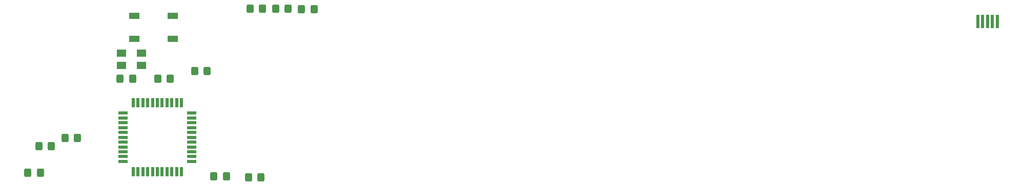
<source format=gbr>
G04 #@! TF.GenerationSoftware,KiCad,Pcbnew,(6.0.7-1)-1*
G04 #@! TF.CreationDate,2022-09-16T09:39:52+09:00*
G04 #@! TF.ProjectId,keyboard,6b657962-6f61-4726-942e-6b696361645f,rev?*
G04 #@! TF.SameCoordinates,Original*
G04 #@! TF.FileFunction,Paste,Bot*
G04 #@! TF.FilePolarity,Positive*
%FSLAX46Y46*%
G04 Gerber Fmt 4.6, Leading zero omitted, Abs format (unit mm)*
G04 Created by KiCad (PCBNEW (6.0.7-1)-1) date 2022-09-16 09:39:52*
%MOMM*%
%LPD*%
G01*
G04 APERTURE LIST*
G04 Aperture macros list*
%AMRoundRect*
0 Rectangle with rounded corners*
0 $1 Rounding radius*
0 $2 $3 $4 $5 $6 $7 $8 $9 X,Y pos of 4 corners*
0 Add a 4 corners polygon primitive as box body*
4,1,4,$2,$3,$4,$5,$6,$7,$8,$9,$2,$3,0*
0 Add four circle primitives for the rounded corners*
1,1,$1+$1,$2,$3*
1,1,$1+$1,$4,$5*
1,1,$1+$1,$6,$7*
1,1,$1+$1,$8,$9*
0 Add four rect primitives between the rounded corners*
20,1,$1+$1,$2,$3,$4,$5,0*
20,1,$1+$1,$4,$5,$6,$7,0*
20,1,$1+$1,$6,$7,$8,$9,0*
20,1,$1+$1,$8,$9,$2,$3,0*%
G04 Aperture macros list end*
%ADD10RoundRect,0.250000X0.325000X0.450000X-0.325000X0.450000X-0.325000X-0.450000X0.325000X-0.450000X0*%
%ADD11RoundRect,0.250000X-0.325000X-0.450000X0.325000X-0.450000X0.325000X0.450000X-0.325000X0.450000X0*%
%ADD12R,1.700000X1.000000*%
%ADD13R,1.500000X0.550000*%
%ADD14R,0.550000X1.500000*%
%ADD15R,1.600000X1.300000*%
%ADD16R,0.500000X2.250000*%
G04 APERTURE END LIST*
D10*
X45932603Y-59430836D03*
X43882603Y-59430836D03*
D11*
X72810749Y-64408040D03*
X74860749Y-64408040D03*
D10*
X59364994Y-48260000D03*
X57314994Y-48260000D03*
D11*
X63531621Y-48259999D03*
X65581621Y-48259999D03*
D10*
X44124744Y-63825486D03*
X42074744Y-63825486D03*
D11*
X69608104Y-46983569D03*
X71658104Y-46983569D03*
D12*
X59685239Y-37866315D03*
X65985239Y-37866315D03*
X59685239Y-41666315D03*
X65985239Y-41666315D03*
D13*
X57768511Y-61969110D03*
X57768511Y-61169110D03*
X57768511Y-60369110D03*
X57768511Y-59569110D03*
X57768511Y-58769110D03*
X57768511Y-57969110D03*
X57768511Y-57169110D03*
X57768511Y-56369110D03*
X57768511Y-55569110D03*
X57768511Y-54769110D03*
X57768511Y-53969110D03*
D14*
X59468511Y-52269110D03*
X60268511Y-52269110D03*
X61068511Y-52269110D03*
X61868511Y-52269110D03*
X62668511Y-52269110D03*
X63468511Y-52269110D03*
X64268511Y-52269110D03*
X65068511Y-52269110D03*
X65868511Y-52269110D03*
X66668511Y-52269110D03*
X67468511Y-52269110D03*
D13*
X69168511Y-53969110D03*
X69168511Y-54769110D03*
X69168511Y-55569110D03*
X69168511Y-56369110D03*
X69168511Y-57169110D03*
X69168511Y-57969110D03*
X69168511Y-58769110D03*
X69168511Y-59569110D03*
X69168511Y-60369110D03*
X69168511Y-61169110D03*
X69168511Y-61969110D03*
D14*
X67468511Y-63669110D03*
X66668511Y-63669110D03*
X65868511Y-63669110D03*
X65068511Y-63669110D03*
X64268511Y-63669110D03*
X63468511Y-63669110D03*
X62668511Y-63669110D03*
X61868511Y-63669110D03*
X61068511Y-63669110D03*
X60268511Y-63669110D03*
X59468511Y-63669110D03*
D10*
X80583464Y-64606701D03*
X78533464Y-64606701D03*
D11*
X87295834Y-36727454D03*
X89345834Y-36727454D03*
X48215889Y-58063412D03*
X50265889Y-58063412D03*
D15*
X60845255Y-46060725D03*
X57545255Y-46060725D03*
X57545255Y-44060725D03*
X60845255Y-44060725D03*
D16*
X202196250Y-38800000D03*
X201396250Y-38800000D03*
X200596250Y-38800000D03*
X199796250Y-38800000D03*
X198996250Y-38800000D03*
D11*
X82991078Y-36656153D03*
X85041078Y-36656153D03*
X78757529Y-36691804D03*
X80807529Y-36691804D03*
M02*

</source>
